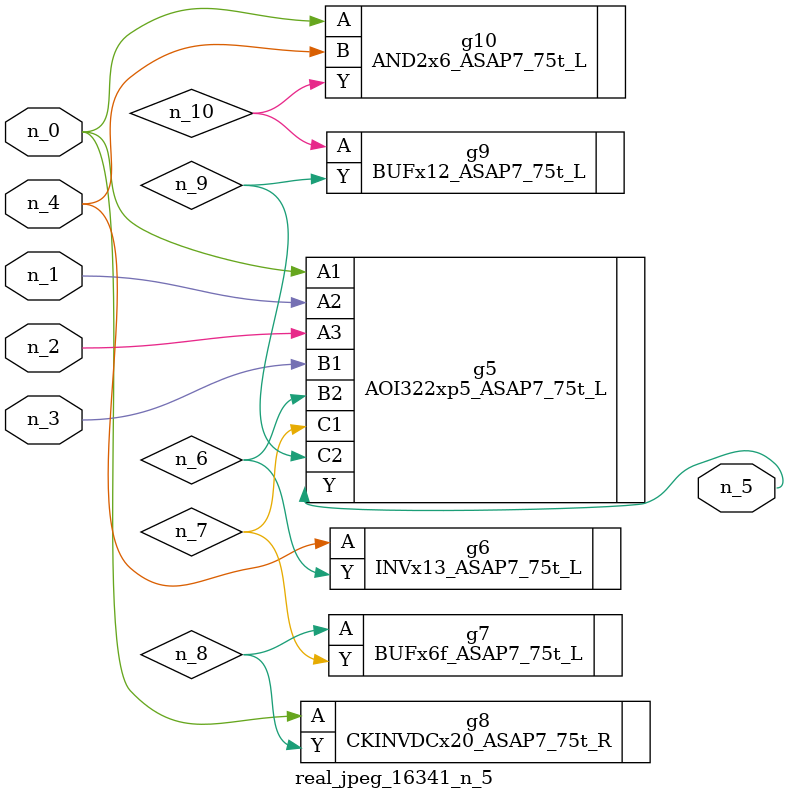
<source format=v>
module real_jpeg_16341_n_5 (n_4, n_0, n_1, n_2, n_3, n_5);

input n_4;
input n_0;
input n_1;
input n_2;
input n_3;

output n_5;

wire n_8;
wire n_6;
wire n_7;
wire n_10;
wire n_9;

AOI322xp5_ASAP7_75t_L g5 ( 
.A1(n_0),
.A2(n_1),
.A3(n_2),
.B1(n_3),
.B2(n_6),
.C1(n_7),
.C2(n_9),
.Y(n_5)
);

CKINVDCx20_ASAP7_75t_R g8 ( 
.A(n_0),
.Y(n_8)
);

AND2x6_ASAP7_75t_L g10 ( 
.A(n_0),
.B(n_4),
.Y(n_10)
);

INVx13_ASAP7_75t_L g6 ( 
.A(n_4),
.Y(n_6)
);

BUFx6f_ASAP7_75t_L g7 ( 
.A(n_8),
.Y(n_7)
);

BUFx12_ASAP7_75t_L g9 ( 
.A(n_10),
.Y(n_9)
);


endmodule
</source>
